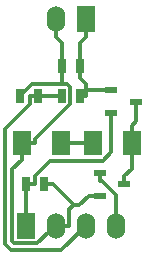
<source format=gtl>
G04 (created by PCBNEW (2013-mar-13)-testing) date Tue 11 Feb 2014 03:56:14 PM CET*
%MOIN*%
G04 Gerber Fmt 3.4, Leading zero omitted, Abs format*
%FSLAX34Y34*%
G01*
G70*
G90*
G04 APERTURE LIST*
%ADD10C,0.005906*%
%ADD11R,0.025000X0.045000*%
%ADD12R,0.060000X0.080000*%
%ADD13R,0.060000X0.086600*%
%ADD14O,0.060000X0.086600*%
%ADD15R,0.039400X0.023600*%
%ADD16C,0.011811*%
G04 APERTURE END LIST*
G54D10*
G54D11*
X58174Y-37204D03*
X57574Y-37204D03*
X56796Y-37204D03*
X56196Y-37204D03*
X58174Y-36220D03*
X57574Y-36220D03*
X56392Y-40157D03*
X56992Y-40157D03*
G54D12*
X59901Y-38779D03*
X58601Y-38779D03*
X57539Y-38779D03*
X56239Y-38779D03*
G54D13*
X58374Y-34645D03*
G54D14*
X57374Y-34645D03*
G54D13*
X56374Y-41535D03*
G54D14*
X57374Y-41535D03*
X58374Y-41535D03*
X59374Y-41535D03*
G54D15*
X58835Y-39782D03*
X59667Y-40157D03*
X58835Y-40532D03*
X59229Y-37026D03*
X60061Y-37401D03*
X59229Y-37776D03*
G54D16*
X56796Y-37204D02*
X57574Y-37204D01*
X56511Y-37488D02*
X56511Y-37204D01*
X55692Y-38308D02*
X56511Y-37488D01*
X55692Y-42143D02*
X55692Y-38308D01*
X55900Y-42351D02*
X55692Y-42143D01*
X57558Y-42351D02*
X55900Y-42351D01*
X58374Y-41535D02*
X57558Y-42351D01*
X56796Y-37204D02*
X56511Y-37204D01*
X59374Y-40528D02*
X59374Y-41535D01*
X58905Y-40059D02*
X59374Y-40528D01*
X58835Y-40059D02*
X58905Y-40059D01*
X58835Y-39782D02*
X58835Y-40059D01*
X56374Y-41535D02*
X56374Y-40943D01*
X56392Y-40924D02*
X56392Y-40157D01*
X56374Y-40943D02*
X56392Y-40924D01*
X56677Y-39873D02*
X56677Y-40157D01*
X57174Y-39376D02*
X56677Y-39873D01*
X58951Y-39376D02*
X57174Y-39376D01*
X59229Y-39098D02*
X58951Y-39376D01*
X59229Y-37776D02*
X59229Y-39098D01*
X56392Y-40157D02*
X56677Y-40157D01*
X57374Y-34645D02*
X57374Y-35237D01*
X56239Y-38779D02*
X56698Y-38779D01*
X57574Y-35437D02*
X57574Y-36220D01*
X57374Y-35237D02*
X57574Y-35437D01*
X57574Y-36220D02*
X57574Y-36820D01*
X57764Y-36820D02*
X57574Y-36820D01*
X57858Y-36913D02*
X57764Y-36820D01*
X57858Y-37495D02*
X57858Y-36913D01*
X56698Y-38654D02*
X57858Y-37495D01*
X56698Y-38779D02*
X56698Y-38654D01*
X56580Y-36820D02*
X56196Y-37204D01*
X57574Y-36820D02*
X56580Y-36820D01*
X57374Y-41535D02*
X57144Y-41535D01*
X55914Y-39663D02*
X56239Y-39338D01*
X55914Y-42056D02*
X55914Y-39663D01*
X55986Y-42127D02*
X55914Y-42056D01*
X56756Y-42127D02*
X55986Y-42127D01*
X57144Y-41740D02*
X56756Y-42127D01*
X57144Y-41535D02*
X57144Y-41740D01*
X56239Y-38779D02*
X56239Y-39338D01*
X57374Y-41535D02*
X57833Y-41535D01*
X58835Y-40532D02*
X58479Y-40532D01*
X56992Y-40157D02*
X57277Y-40157D01*
X57833Y-40997D02*
X57833Y-41535D01*
X57975Y-40855D02*
X57833Y-40997D01*
X58156Y-40855D02*
X57975Y-40855D01*
X58479Y-40532D02*
X58156Y-40855D01*
X57975Y-40855D02*
X57277Y-40157D01*
X57539Y-38779D02*
X58601Y-38779D01*
X59901Y-39646D02*
X59667Y-39880D01*
X59901Y-38779D02*
X59901Y-39646D01*
X59667Y-40157D02*
X59667Y-39880D01*
X60061Y-38060D02*
X59901Y-38220D01*
X60061Y-37401D02*
X60061Y-38060D01*
X59901Y-38779D02*
X59901Y-38220D01*
X58374Y-34645D02*
X58374Y-35237D01*
X58174Y-35437D02*
X58174Y-36220D01*
X58374Y-35237D02*
X58174Y-35437D01*
X58174Y-37204D02*
X58380Y-37204D01*
X58174Y-36220D02*
X58174Y-36604D01*
X59229Y-37026D02*
X58380Y-37026D01*
X58380Y-37204D02*
X58380Y-37026D01*
X58380Y-36811D02*
X58174Y-36604D01*
X58380Y-37026D02*
X58380Y-36811D01*
M02*

</source>
